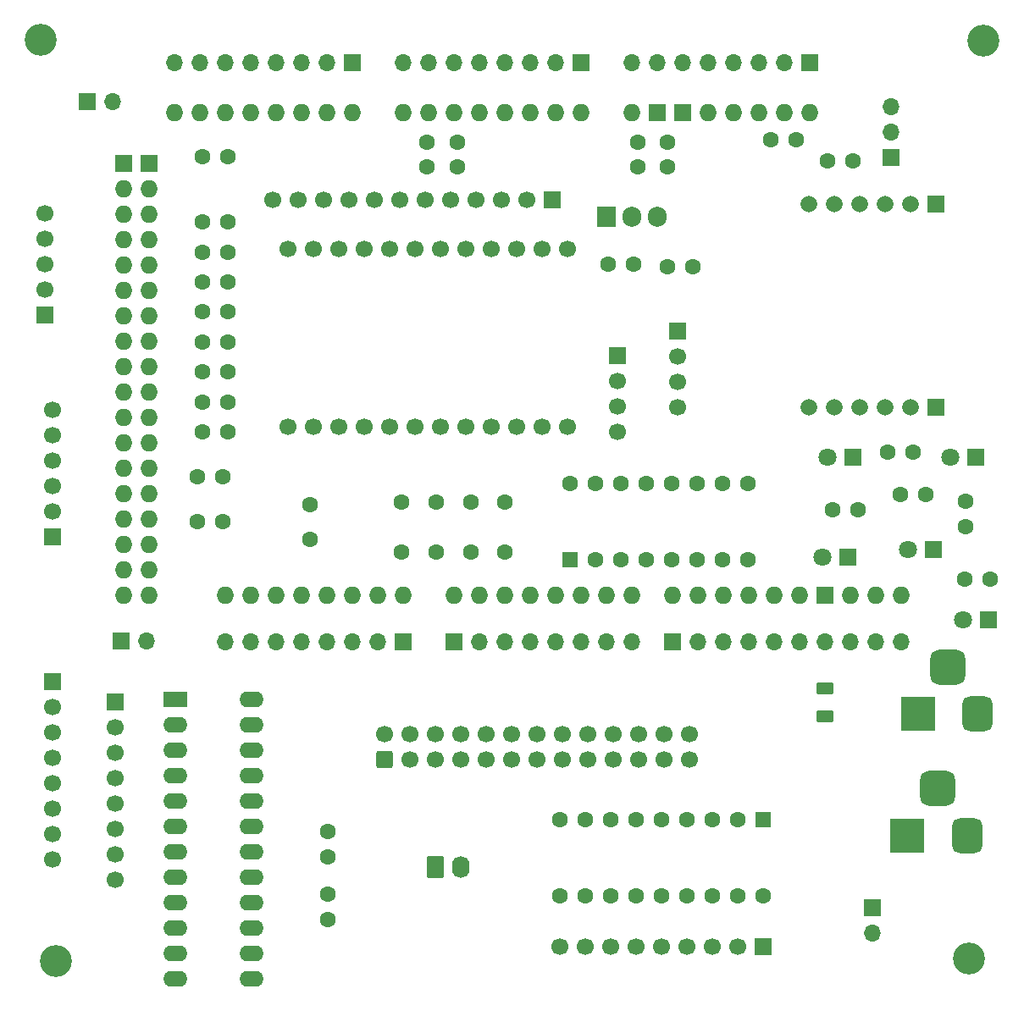
<source format=gbr>
G04 #@! TF.GenerationSoftware,KiCad,Pcbnew,9.0.4*
G04 #@! TF.CreationDate,2025-11-10T22:17:31+11:00*
G04 #@! TF.ProjectId,Jet Ranger Radio Controller,4a657420-5261-46e6-9765-722052616469,rev?*
G04 #@! TF.SameCoordinates,Original*
G04 #@! TF.FileFunction,Soldermask,Top*
G04 #@! TF.FilePolarity,Negative*
%FSLAX46Y46*%
G04 Gerber Fmt 4.6, Leading zero omitted, Abs format (unit mm)*
G04 Created by KiCad (PCBNEW 9.0.4) date 2025-11-10 22:17:31*
%MOMM*%
%LPD*%
G01*
G04 APERTURE LIST*
G04 Aperture macros list*
%AMRoundRect*
0 Rectangle with rounded corners*
0 $1 Rounding radius*
0 $2 $3 $4 $5 $6 $7 $8 $9 X,Y pos of 4 corners*
0 Add a 4 corners polygon primitive as box body*
4,1,4,$2,$3,$4,$5,$6,$7,$8,$9,$2,$3,0*
0 Add four circle primitives for the rounded corners*
1,1,$1+$1,$2,$3*
1,1,$1+$1,$4,$5*
1,1,$1+$1,$6,$7*
1,1,$1+$1,$8,$9*
0 Add four rect primitives between the rounded corners*
20,1,$1+$1,$2,$3,$4,$5,0*
20,1,$1+$1,$4,$5,$6,$7,0*
20,1,$1+$1,$6,$7,$8,$9,0*
20,1,$1+$1,$8,$9,$2,$3,0*%
G04 Aperture macros list end*
%ADD10C,3.200000*%
%ADD11R,1.700000X1.700000*%
%ADD12C,1.700000*%
%ADD13RoundRect,0.250000X-0.620000X-0.845000X0.620000X-0.845000X0.620000X0.845000X-0.620000X0.845000X0*%
%ADD14O,1.740000X2.190000*%
%ADD15RoundRect,0.250000X-0.625000X0.375000X-0.625000X-0.375000X0.625000X-0.375000X0.625000X0.375000X0*%
%ADD16C,1.600000*%
%ADD17O,1.700000X1.700000*%
%ADD18R,2.400000X1.600000*%
%ADD19O,2.400000X1.600000*%
%ADD20R,1.800000X1.800000*%
%ADD21C,1.800000*%
%ADD22R,3.500000X3.500000*%
%ADD23RoundRect,0.750000X0.750000X1.000000X-0.750000X1.000000X-0.750000X-1.000000X0.750000X-1.000000X0*%
%ADD24RoundRect,0.875000X0.875000X0.875000X-0.875000X0.875000X-0.875000X-0.875000X0.875000X-0.875000X0*%
%ADD25RoundRect,0.250000X0.550000X-0.550000X0.550000X0.550000X-0.550000X0.550000X-0.550000X-0.550000X0*%
%ADD26RoundRect,0.250000X-0.550000X0.550000X-0.550000X-0.550000X0.550000X-0.550000X0.550000X0.550000X0*%
%ADD27R,1.905000X2.000000*%
%ADD28O,1.905000X2.000000*%
%ADD29R,1.665000X1.665000*%
%ADD30C,1.665000*%
%ADD31RoundRect,0.250000X0.600000X-0.600000X0.600000X0.600000X-0.600000X0.600000X-0.600000X-0.600000X0*%
%ADD32O,1.727200X1.727200*%
%ADD33R,1.727200X1.727200*%
G04 APERTURE END LIST*
D10*
X125101000Y-130612200D03*
D11*
X104570000Y-129500000D03*
D12*
X102030000Y-129500000D03*
X99490000Y-129500000D03*
X96950000Y-129500000D03*
X94410000Y-129500000D03*
X91870000Y-129500000D03*
X89330000Y-129500000D03*
X86790000Y-129500000D03*
X84250000Y-129500000D03*
D13*
X71750000Y-121500000D03*
D14*
X74290000Y-121500000D03*
D11*
X83450000Y-54750000D03*
D12*
X80910000Y-54750000D03*
X78370000Y-54750000D03*
X75830000Y-54750000D03*
X73290000Y-54750000D03*
X70750000Y-54750000D03*
X68210000Y-54750000D03*
X65670000Y-54750000D03*
X63130000Y-54750000D03*
X60590000Y-54750000D03*
X58050000Y-54750000D03*
X55510000Y-54750000D03*
D11*
X32750000Y-66330000D03*
D12*
X32750000Y-63790000D03*
X32750000Y-61250000D03*
X32750000Y-58710000D03*
X32750000Y-56170000D03*
D11*
X33500000Y-88500000D03*
D12*
X33500000Y-85960000D03*
X33500000Y-83420000D03*
X33500000Y-80880000D03*
X33500000Y-78340000D03*
X33500000Y-75800000D03*
D11*
X33500000Y-103000000D03*
D12*
X33500000Y-105540000D03*
X33500000Y-108080000D03*
X33500000Y-110620000D03*
X33500000Y-113160000D03*
X33500000Y-115700000D03*
X33500000Y-118240000D03*
X33500000Y-120780000D03*
D11*
X39750000Y-105000000D03*
D12*
X39750000Y-107540000D03*
X39750000Y-110080000D03*
X39750000Y-112620000D03*
X39750000Y-115160000D03*
X39750000Y-117700000D03*
X39750000Y-120240000D03*
X39750000Y-122780000D03*
D15*
X110750000Y-103650000D03*
X110750000Y-106450000D03*
D16*
X70940000Y-51500000D03*
X70940000Y-49000000D03*
D10*
X126589800Y-38832100D03*
D16*
X50500000Y-82500000D03*
X47960000Y-82500000D03*
X71850000Y-90000000D03*
X71850000Y-85000000D03*
D11*
X63500000Y-41046400D03*
D17*
X60960000Y-41046400D03*
X58420000Y-41046400D03*
X55880000Y-41046400D03*
X53340000Y-41046400D03*
X50800000Y-41046400D03*
X48260000Y-41046400D03*
X45720000Y-41046400D03*
D18*
X45750000Y-104750000D03*
D19*
X45750000Y-107290000D03*
X45750000Y-109830000D03*
X45750000Y-112370000D03*
X45750000Y-114910000D03*
X45750000Y-117450000D03*
X45750000Y-119990000D03*
X45750000Y-122530000D03*
X45750000Y-125070000D03*
X45750000Y-127610000D03*
X45750000Y-130150000D03*
X45750000Y-132690000D03*
X53370000Y-132690000D03*
X53370000Y-130150000D03*
X53370000Y-127610000D03*
X53370000Y-125070000D03*
X53370000Y-122530000D03*
X53370000Y-119990000D03*
X53370000Y-117450000D03*
X53370000Y-114910000D03*
X53370000Y-112370000D03*
X53370000Y-109830000D03*
X53370000Y-107290000D03*
X53370000Y-104750000D03*
D11*
X117298000Y-50550000D03*
D17*
X117298000Y-48010000D03*
X117298000Y-45470000D03*
D11*
X86360000Y-41046400D03*
D17*
X83820000Y-41046400D03*
X81280000Y-41046400D03*
X78740000Y-41046400D03*
X76200000Y-41046400D03*
X73660000Y-41046400D03*
X71120000Y-41046400D03*
X68580000Y-41046400D03*
D16*
X51040000Y-72000000D03*
X48500000Y-72000000D03*
D20*
X113540000Y-80500000D03*
D21*
X111000000Y-80500000D03*
D16*
X61000000Y-117960000D03*
X61000000Y-120500000D03*
X118250000Y-84250000D03*
X120790000Y-84250000D03*
X51040000Y-66000000D03*
X48500000Y-66000000D03*
X124750000Y-87500000D03*
X124750000Y-84960000D03*
D10*
X32300000Y-38800000D03*
D11*
X37000000Y-45000000D03*
D17*
X39540000Y-45000000D03*
D22*
X118949000Y-118350000D03*
D23*
X124949000Y-118350000D03*
D24*
X121949000Y-113650000D03*
D11*
X96000000Y-67880000D03*
D12*
X96000000Y-70420000D03*
X96000000Y-72960000D03*
X96000000Y-75500000D03*
D25*
X85220000Y-90750000D03*
D16*
X87760000Y-90750000D03*
X90300000Y-90750000D03*
X92840000Y-90750000D03*
X95380000Y-90750000D03*
X97920000Y-90750000D03*
X100460000Y-90750000D03*
X103000000Y-90750000D03*
X103000000Y-83130000D03*
X100460000Y-83130000D03*
X97920000Y-83130000D03*
X95380000Y-83130000D03*
X92840000Y-83130000D03*
X90300000Y-83130000D03*
X87760000Y-83130000D03*
X85220000Y-83130000D03*
X73950000Y-51500000D03*
X73950000Y-49000000D03*
D20*
X127040000Y-96750000D03*
D21*
X124500000Y-96750000D03*
D16*
X59250000Y-85250000D03*
X59250000Y-88750000D03*
D20*
X125770000Y-80500000D03*
D21*
X123230000Y-80500000D03*
D26*
X104550000Y-116750000D03*
D16*
X102010000Y-116750000D03*
X99470000Y-116750000D03*
X96930000Y-116750000D03*
X94390000Y-116750000D03*
X91850000Y-116750000D03*
X89310000Y-116750000D03*
X86770000Y-116750000D03*
X84230000Y-116750000D03*
X84230000Y-124370000D03*
X86770000Y-124370000D03*
X89310000Y-124370000D03*
X91850000Y-124370000D03*
X94390000Y-124370000D03*
X96930000Y-124370000D03*
X99470000Y-124370000D03*
X102010000Y-124370000D03*
X104550000Y-124370000D03*
X51040000Y-69000000D03*
X48500000Y-69000000D03*
X51000000Y-75000000D03*
X48460000Y-75000000D03*
X124710000Y-92750000D03*
X127250000Y-92750000D03*
X117000000Y-80000000D03*
X119540000Y-80000000D03*
D11*
X68580000Y-98958400D03*
D17*
X66040000Y-98958400D03*
X63500000Y-98958400D03*
X60960000Y-98958400D03*
X58420000Y-98958400D03*
X55880000Y-98958400D03*
X53340000Y-98958400D03*
X50800000Y-98958400D03*
D16*
X51000000Y-50500000D03*
X48460000Y-50500000D03*
X94960000Y-61500000D03*
X97500000Y-61500000D03*
D27*
X88920000Y-56500000D03*
D28*
X91460000Y-56500000D03*
X94000000Y-56500000D03*
D10*
X33851800Y-130929500D03*
D29*
X121809000Y-55183300D03*
D30*
X119269000Y-55183300D03*
X116729000Y-55183300D03*
X114189000Y-55183300D03*
X111649000Y-55183300D03*
X109109000Y-55183300D03*
D29*
X121809000Y-75503300D03*
D30*
X119269000Y-75503300D03*
X116729000Y-75503300D03*
X114189000Y-75503300D03*
X111649000Y-75503300D03*
X109109000Y-75503300D03*
D20*
X113040000Y-90500000D03*
D21*
X110500000Y-90500000D03*
D16*
X111455000Y-85750000D03*
X113995000Y-85750000D03*
D11*
X109220000Y-41046400D03*
D17*
X106680000Y-41046400D03*
X104140000Y-41046400D03*
X101600000Y-41046400D03*
X99060000Y-41046400D03*
X96520000Y-41046400D03*
X93980000Y-41046400D03*
X91440000Y-41046400D03*
D16*
X51040000Y-60000000D03*
X48500000Y-60000000D03*
X95000000Y-51500000D03*
X95000000Y-49000000D03*
D11*
X115450000Y-125560000D03*
D17*
X115450000Y-128100000D03*
D16*
X61000000Y-126750000D03*
X61000000Y-124250000D03*
D11*
X90000000Y-70385000D03*
D12*
X90000000Y-72925000D03*
X90000000Y-75465000D03*
X90000000Y-78005000D03*
X57050000Y-77500000D03*
X59590000Y-77500000D03*
X62130000Y-77500000D03*
X64670000Y-77500000D03*
X67210000Y-77500000D03*
X69750000Y-77500000D03*
X72290000Y-77500000D03*
X74830000Y-77500000D03*
X77370000Y-77500000D03*
X79910000Y-77500000D03*
X82450000Y-77500000D03*
X84990000Y-77500000D03*
X84990000Y-59720000D03*
X82450000Y-59720000D03*
X79910000Y-59720000D03*
X77370000Y-59720000D03*
X74830000Y-59720000D03*
X72290000Y-59720000D03*
X69750000Y-59720000D03*
X67210000Y-59720000D03*
X64670000Y-59720000D03*
X62130000Y-59720000D03*
X59590000Y-59720000D03*
X57050000Y-59720000D03*
D16*
X110960000Y-50900000D03*
X113500000Y-50900000D03*
X51040000Y-63000000D03*
X48500000Y-63000000D03*
X89037500Y-61212500D03*
X91577500Y-61212500D03*
X51000000Y-78000000D03*
X48460000Y-78000000D03*
X105350000Y-48750000D03*
X107890000Y-48750000D03*
X91990000Y-51500000D03*
X91990000Y-49000000D03*
D20*
X121540000Y-89750000D03*
D21*
X119000000Y-89750000D03*
D16*
X68400000Y-90000000D03*
X68400000Y-85000000D03*
X75300000Y-90000000D03*
X75300000Y-85000000D03*
D22*
X120000000Y-106207500D03*
D23*
X126000000Y-106207500D03*
D24*
X123000000Y-101507500D03*
D11*
X95504000Y-98958400D03*
D17*
X98044000Y-98958400D03*
X100584000Y-98958400D03*
X103124000Y-98958400D03*
X105664000Y-98958400D03*
X108204000Y-98958400D03*
X110744000Y-98958400D03*
X113284000Y-98958400D03*
X115824000Y-98958400D03*
X118364000Y-98958400D03*
D31*
X66670000Y-110750000D03*
D12*
X66670000Y-108210000D03*
X69210000Y-110750000D03*
X69210000Y-108210000D03*
X71750000Y-110750000D03*
X71750000Y-108210000D03*
X74290000Y-110750000D03*
X74290000Y-108210000D03*
X76830000Y-110750000D03*
X76830000Y-108210000D03*
X79370000Y-110750000D03*
X79370000Y-108210000D03*
X81910000Y-110750000D03*
X81910000Y-108210000D03*
X84450000Y-110750000D03*
X84450000Y-108210000D03*
X86990000Y-110750000D03*
X86990000Y-108210000D03*
X89530000Y-110750000D03*
X89530000Y-108210000D03*
X92070000Y-110750000D03*
X92070000Y-108210000D03*
X94610000Y-110750000D03*
X94610000Y-108210000D03*
X97150000Y-110750000D03*
X97150000Y-108210000D03*
D16*
X78750000Y-90000000D03*
X78750000Y-85000000D03*
X51000000Y-57000000D03*
X48460000Y-57000000D03*
D11*
X40411400Y-98933000D03*
D17*
X42951400Y-98933000D03*
D11*
X73660000Y-98958400D03*
D17*
X76200000Y-98958400D03*
X78740000Y-98958400D03*
X81280000Y-98958400D03*
X83820000Y-98958400D03*
X86360000Y-98958400D03*
X88900000Y-98958400D03*
X91440000Y-98958400D03*
D32*
X109205000Y-46039300D03*
X101585000Y-46039300D03*
X99045000Y-46039300D03*
X43165000Y-94299300D03*
X40625000Y-94299300D03*
X86345000Y-46039300D03*
X83805000Y-46039300D03*
X81265000Y-46039300D03*
X78725000Y-46039300D03*
X76185000Y-46039300D03*
X73645000Y-46039300D03*
X71105000Y-46039300D03*
X68565000Y-46039300D03*
X63485000Y-46039300D03*
X60945000Y-46039300D03*
X58405000Y-46039300D03*
X55865000Y-46039300D03*
X53325000Y-46039300D03*
X50785000Y-46039300D03*
X48245000Y-46039300D03*
X45705000Y-46039300D03*
X113269000Y-94299300D03*
X73645000Y-94299300D03*
X76185000Y-94299300D03*
X78725000Y-94299300D03*
X81265000Y-94299300D03*
X83805000Y-94299300D03*
X86345000Y-94299300D03*
X88885000Y-94299300D03*
X91425000Y-94299300D03*
X95489000Y-94299300D03*
X98029000Y-94299300D03*
X100569000Y-94299300D03*
X103109000Y-94299300D03*
X105649000Y-94299300D03*
X108189000Y-94299300D03*
X68565000Y-94299300D03*
X66025000Y-94299300D03*
X63485000Y-94299300D03*
X60945000Y-94299300D03*
X58405000Y-94299300D03*
X55865000Y-94299300D03*
X53325000Y-94299300D03*
X50785000Y-94299300D03*
X43165000Y-91759300D03*
X40625000Y-91759300D03*
X43165000Y-89219300D03*
X40625000Y-89219300D03*
X43165000Y-86679300D03*
X40625000Y-86679300D03*
X43165000Y-84139300D03*
X40625000Y-84139300D03*
X43165000Y-81599300D03*
X40625000Y-81599300D03*
X43165000Y-79059300D03*
X40625000Y-79059300D03*
X43165000Y-76519300D03*
X40625000Y-76519300D03*
X43165000Y-73979300D03*
X40625000Y-73979300D03*
X43165000Y-71439300D03*
X40625000Y-71439300D03*
X43165000Y-68899300D03*
X40625000Y-68899300D03*
X43165000Y-66359300D03*
X40625000Y-66359300D03*
X43165000Y-63819300D03*
X40625000Y-63819300D03*
X43165000Y-61279300D03*
X40625000Y-61279300D03*
X43165000Y-58739300D03*
X40625000Y-58739300D03*
X43165000Y-56199300D03*
X40625000Y-56199300D03*
X43165000Y-53659300D03*
X40625000Y-53659300D03*
D33*
X110729000Y-94299300D03*
X96505000Y-46039300D03*
X93965000Y-46039300D03*
X43165000Y-51119300D03*
X40625000Y-51119300D03*
D32*
X106665000Y-46039300D03*
X104125000Y-46039300D03*
X118349000Y-94299300D03*
X115809000Y-94299300D03*
X91425000Y-46039300D03*
D16*
X50500000Y-87000000D03*
X47960000Y-87000000D03*
M02*

</source>
